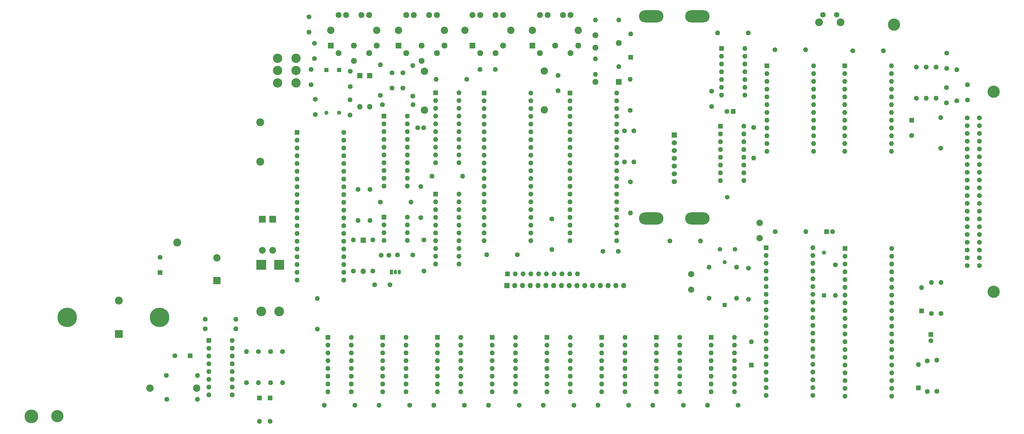
<source format=gbr>
%TF.GenerationSoftware,KiCad,Pcbnew,5.1.7-a382d34a8~88~ubuntu18.04.1*%
%TF.CreationDate,2021-04-19T21:10:48-04:00*%
%TF.ProjectId,coco2,636f636f-322e-46b6-9963-61645f706362,1.0.1*%
%TF.SameCoordinates,Original*%
%TF.FileFunction,Soldermask,Bot*%
%TF.FilePolarity,Negative*%
%FSLAX46Y46*%
G04 Gerber Fmt 4.6, Leading zero omitted, Abs format (unit mm)*
G04 Created by KiCad (PCBNEW 5.1.7-a382d34a8~88~ubuntu18.04.1) date 2021-04-19 21:10:48*
%MOMM*%
%LPD*%
G01*
G04 APERTURE LIST*
%ADD10C,2.100000*%
%ADD11C,1.700000*%
%ADD12R,1.700000X1.700000*%
%ADD13O,8.000000X4.000000*%
%ADD14C,4.000000*%
%ADD15C,1.600200*%
%ADD16C,4.500000*%
%ADD17C,1.778000*%
%ADD18C,2.540000*%
%ADD19C,1.950000*%
%ADD20C,2.400000*%
%ADD21R,1.950000X1.950000*%
%ADD22O,1.800000X1.800000*%
%ADD23R,1.800000X1.800000*%
%ADD24O,2.400000X2.400000*%
%ADD25C,1.320800*%
%ADD26R,1.320800X1.320800*%
%ADD27O,1.600000X1.600000*%
%ADD28R,1.600000X1.600000*%
%ADD29C,1.600000*%
%ADD30R,2.400000X2.400000*%
%ADD31C,2.000000*%
%ADD32R,2.200000X2.200000*%
%ADD33O,2.200000X2.200000*%
%ADD34R,3.200000X3.200000*%
%ADD35O,3.200000X3.200000*%
%ADD36C,2.600000*%
%ADD37R,2.600000X2.600000*%
%ADD38C,6.350000*%
%ADD39O,1.050000X1.500000*%
%ADD40R,1.050000X1.500000*%
%ADD41C,3.044000*%
%ADD42C,1.500000*%
%ADD43O,1.700000X1.700000*%
G04 APERTURE END LIST*
D10*
%TO.C,C43*%
X257160000Y-102310000D03*
X257160000Y-97310000D03*
%TD*%
D11*
%TO.C,U9*%
X229290000Y-83840000D03*
X229290000Y-81300000D03*
X229290000Y-78760000D03*
X229290000Y-76220000D03*
X229290000Y-73680000D03*
X229290000Y-71140000D03*
D12*
X229290000Y-68600000D03*
D13*
X221790000Y-95840000D03*
X236790000Y-95840000D03*
X236790000Y-29840000D03*
X221790000Y-29840000D03*
%TD*%
D14*
%TO.C,J6*%
X333519000Y-119832500D03*
X333519000Y-54427500D03*
D15*
X324857600Y-111260000D03*
X324857600Y-108720000D03*
X324857600Y-106180000D03*
X324857600Y-103640000D03*
X324857600Y-101100000D03*
X324857600Y-98560000D03*
X324857600Y-96020000D03*
X324857600Y-93480000D03*
X324857600Y-90940000D03*
X324857600Y-88400000D03*
X324857600Y-85860000D03*
X324857600Y-83320000D03*
X324857600Y-80780000D03*
X324857600Y-78240000D03*
X324857600Y-75700000D03*
X324857600Y-73160000D03*
X324857600Y-70620000D03*
X324857600Y-68080000D03*
X324857600Y-65540000D03*
X324857600Y-63000000D03*
X328820000Y-111260000D03*
X328820000Y-108720000D03*
X328820000Y-106180000D03*
X328820000Y-103640000D03*
X328820000Y-101100000D03*
X328820000Y-98560000D03*
X328820000Y-96020000D03*
X328820000Y-93480000D03*
X328820000Y-90940000D03*
X328820000Y-88400000D03*
X328820000Y-85860000D03*
X328820000Y-83320000D03*
X328820000Y-80780000D03*
X328820000Y-78240000D03*
X328820000Y-75700000D03*
X328820000Y-73160000D03*
X328820000Y-70620000D03*
X328820000Y-68080000D03*
X328820000Y-65540000D03*
X328820000Y-63000000D03*
%TD*%
D16*
%TO.C,H1*%
X19450000Y-160500000D03*
%TD*%
D17*
%TO.C,S2*%
X277820000Y-29300000D03*
X282320000Y-29300000D03*
D18*
X276570000Y-31800000D03*
X283570000Y-31800000D03*
%TD*%
D19*
%TO.C,J4*%
X185450000Y-29350000D03*
X195450000Y-29350000D03*
X197950000Y-39350000D03*
D20*
X197950000Y-34350000D03*
X182950000Y-34350000D03*
D19*
X185450000Y-41850000D03*
X195450000Y-41850000D03*
D21*
X182950000Y-39350000D03*
D19*
X190450000Y-39350000D03*
X187950000Y-29350000D03*
X192950000Y-29350000D03*
%TD*%
%TO.C,J3*%
X173450000Y-29350000D03*
X163450000Y-29350000D03*
D20*
X175950000Y-34350000D03*
X160950000Y-34350000D03*
D19*
X165950000Y-41850000D03*
X170950000Y-41850000D03*
D21*
X163450000Y-39350000D03*
D19*
X173450000Y-39350000D03*
X165950000Y-29350000D03*
X170950000Y-29350000D03*
%TD*%
%TO.C,J2*%
X151790000Y-29350000D03*
X141790000Y-29350000D03*
X146790000Y-44350000D03*
X154290000Y-39350000D03*
D20*
X154290000Y-34350000D03*
X139290000Y-34350000D03*
D19*
X141790000Y-41850000D03*
X151790000Y-41850000D03*
D21*
X139290000Y-39350000D03*
D19*
X146790000Y-39350000D03*
X144290000Y-29350000D03*
X149290000Y-29350000D03*
%TD*%
%TO.C,J1*%
X129710000Y-29350000D03*
X119710000Y-29350000D03*
X124710000Y-44350000D03*
X132210000Y-39350000D03*
D20*
X132210000Y-34350000D03*
X117210000Y-34350000D03*
D19*
X119710000Y-41850000D03*
X129710000Y-41850000D03*
D21*
X117210000Y-39350000D03*
D19*
X124710000Y-39350000D03*
X122210000Y-29350000D03*
X127210000Y-29350000D03*
%TD*%
D22*
%TO.C,CR7*%
X126690000Y-59370000D03*
D23*
X126690000Y-49210000D03*
%TD*%
D22*
%TO.C,CR8*%
X129930000Y-59370000D03*
D23*
X129930000Y-49210000D03*
%TD*%
D22*
%TO.C,CR13*%
X127780000Y-113160000D03*
D23*
X127780000Y-103000000D03*
%TD*%
D24*
%TO.C,R2*%
X58210000Y-151330000D03*
D20*
X73450000Y-151330000D03*
%TD*%
D25*
%TO.C,FB1*%
X115770000Y-61270000D03*
D26*
X115770000Y-47300000D03*
%TD*%
D25*
%TO.C,FB2*%
X119910000Y-61270000D03*
D26*
X119910000Y-47300000D03*
%TD*%
D25*
%TO.C,FB4*%
X245700000Y-110130000D03*
D26*
X245700000Y-124100000D03*
%TD*%
D25*
%TO.C,FB7*%
X278140000Y-107050000D03*
D26*
X278140000Y-121020000D03*
%TD*%
D27*
%TO.C,U11*%
X251990000Y-65680000D03*
X244370000Y-83460000D03*
X251990000Y-68220000D03*
X244370000Y-80920000D03*
X251990000Y-70760000D03*
X244370000Y-78380000D03*
X251990000Y-73300000D03*
X244370000Y-75840000D03*
X251990000Y-75840000D03*
X244370000Y-73300000D03*
X251990000Y-78380000D03*
X244370000Y-70760000D03*
X251990000Y-80920000D03*
X244370000Y-68220000D03*
X251990000Y-83460000D03*
D28*
X244370000Y-65680000D03*
%TD*%
D27*
%TO.C,U22*%
X274540000Y-105390000D03*
X259300000Y-153650000D03*
X274540000Y-107930000D03*
X259300000Y-151110000D03*
X274540000Y-110470000D03*
X259300000Y-148570000D03*
X274540000Y-113010000D03*
X259300000Y-146030000D03*
X274540000Y-115550000D03*
X259300000Y-143490000D03*
X274540000Y-118090000D03*
X259300000Y-140950000D03*
X274540000Y-120630000D03*
X259300000Y-138410000D03*
X274540000Y-123170000D03*
X259300000Y-135870000D03*
X274540000Y-125710000D03*
X259300000Y-133330000D03*
X274540000Y-128250000D03*
X259300000Y-130790000D03*
X274540000Y-130790000D03*
X259300000Y-128250000D03*
X274540000Y-133330000D03*
X259300000Y-125710000D03*
X274540000Y-135870000D03*
X259300000Y-123170000D03*
X274540000Y-138410000D03*
X259300000Y-120630000D03*
X274540000Y-140950000D03*
X259300000Y-118090000D03*
X274540000Y-143490000D03*
X259300000Y-115550000D03*
X274540000Y-146030000D03*
X259300000Y-113010000D03*
X274540000Y-148570000D03*
X259300000Y-110470000D03*
X274540000Y-151110000D03*
X259300000Y-107930000D03*
X274540000Y-153650000D03*
D28*
X259300000Y-105390000D03*
%TD*%
%TO.C,U12*%
X259490000Y-45950000D03*
D27*
X274730000Y-73890000D03*
X259490000Y-48490000D03*
X274730000Y-71350000D03*
X259490000Y-51030000D03*
X274730000Y-68810000D03*
X259490000Y-53570000D03*
X274730000Y-66270000D03*
X259490000Y-56110000D03*
X274730000Y-63730000D03*
X259490000Y-58650000D03*
X274730000Y-61190000D03*
X259490000Y-61190000D03*
X274730000Y-58650000D03*
X259490000Y-63730000D03*
X274730000Y-56110000D03*
X259490000Y-66270000D03*
X274730000Y-53570000D03*
X259490000Y-68810000D03*
X274730000Y-51030000D03*
X259490000Y-71350000D03*
X274730000Y-48490000D03*
X259490000Y-73890000D03*
X274730000Y-45950000D03*
%TD*%
D28*
%TO.C,U13*%
X284900000Y-45950000D03*
D27*
X300140000Y-73890000D03*
X284900000Y-48490000D03*
X300140000Y-71350000D03*
X284900000Y-51030000D03*
X300140000Y-68810000D03*
X284900000Y-53570000D03*
X300140000Y-66270000D03*
X284900000Y-56110000D03*
X300140000Y-63730000D03*
X284900000Y-58650000D03*
X300140000Y-61190000D03*
X284900000Y-61190000D03*
X300140000Y-58650000D03*
X284900000Y-63730000D03*
X300140000Y-56110000D03*
X284900000Y-66270000D03*
X300140000Y-53570000D03*
X284900000Y-68810000D03*
X300140000Y-51030000D03*
X284900000Y-71350000D03*
X300140000Y-48490000D03*
X284900000Y-73890000D03*
X300140000Y-45950000D03*
%TD*%
%TO.C,U5*%
X159020000Y-54800000D03*
X151400000Y-77660000D03*
X159020000Y-57340000D03*
X151400000Y-75120000D03*
X159020000Y-59880000D03*
X151400000Y-72580000D03*
X159020000Y-62420000D03*
X151400000Y-70040000D03*
X159020000Y-64960000D03*
X151400000Y-67500000D03*
X159020000Y-67500000D03*
X151400000Y-64960000D03*
X159020000Y-70040000D03*
X151400000Y-62420000D03*
X159020000Y-72580000D03*
X151400000Y-59880000D03*
X159020000Y-75120000D03*
X151400000Y-57340000D03*
X159020000Y-77660000D03*
D28*
X151400000Y-54800000D03*
%TD*%
D27*
%TO.C,U6*%
X159020000Y-87900000D03*
X151400000Y-110760000D03*
X159020000Y-90440000D03*
X151400000Y-108220000D03*
X159020000Y-92980000D03*
X151400000Y-105680000D03*
X159020000Y-95520000D03*
X151400000Y-103140000D03*
X159020000Y-98060000D03*
X151400000Y-100600000D03*
X159020000Y-100600000D03*
X151400000Y-98060000D03*
X159020000Y-103140000D03*
X151400000Y-95520000D03*
X159020000Y-105680000D03*
X151400000Y-92980000D03*
X159020000Y-108220000D03*
X151400000Y-90440000D03*
X159020000Y-110760000D03*
D28*
X151400000Y-87900000D03*
%TD*%
D27*
%TO.C,U10*%
X252320000Y-40300000D03*
X244700000Y-55540000D03*
X252320000Y-42840000D03*
X244700000Y-53000000D03*
X252320000Y-45380000D03*
X244700000Y-50460000D03*
X252320000Y-47920000D03*
X244700000Y-47920000D03*
X252320000Y-50460000D03*
X244700000Y-45380000D03*
X252320000Y-53000000D03*
X244700000Y-42840000D03*
X252320000Y-55540000D03*
D28*
X244700000Y-40300000D03*
%TD*%
D29*
%TO.C,C1*%
X61490000Y-108580000D03*
D28*
X61490000Y-113580000D03*
%TD*%
D30*
%TO.C,C2*%
X80050000Y-116210000D03*
D20*
X80050000Y-108710000D03*
%TD*%
D27*
%TO.C,C3*%
X86220000Y-128800000D03*
D29*
X76220000Y-128800000D03*
%TD*%
%TO.C,C4*%
X76220000Y-131960000D03*
D27*
X86220000Y-131960000D03*
%TD*%
D28*
%TO.C,C5*%
X71320000Y-140720000D03*
D29*
X66320000Y-140720000D03*
%TD*%
%TO.C,C6*%
X63710000Y-154990000D03*
D27*
X73710000Y-154990000D03*
%TD*%
D28*
%TO.C,C11*%
X306750000Y-63730000D03*
D29*
X306750000Y-68730000D03*
%TD*%
D27*
%TO.C,C15*%
X133380000Y-45680000D03*
D29*
X133380000Y-55680000D03*
%TD*%
%TO.C,C18*%
X143930000Y-55900000D03*
D27*
X143930000Y-45900000D03*
%TD*%
D29*
%TO.C,C19*%
X134010000Y-58650000D03*
D27*
X144010000Y-58650000D03*
%TD*%
%TO.C,C21*%
X151570000Y-50400000D03*
D29*
X161570000Y-50400000D03*
%TD*%
D27*
%TO.C,C24*%
X143340000Y-90530000D03*
D29*
X133340000Y-90530000D03*
%TD*%
%TO.C,C25*%
X150200000Y-82070000D03*
D27*
X160200000Y-82070000D03*
%TD*%
D29*
%TO.C,C26*%
X136150000Y-107840000D03*
X133650000Y-107840000D03*
%TD*%
%TO.C,C28*%
X112790000Y-132000000D03*
D27*
X112790000Y-122000000D03*
%TD*%
%TO.C,C29*%
X168070000Y-107700000D03*
D29*
X178070000Y-107700000D03*
%TD*%
D27*
%TO.C,C30*%
X189330000Y-106000000D03*
D29*
X189330000Y-96000000D03*
%TD*%
D27*
%TO.C,C32*%
X237870000Y-103200000D03*
D29*
X227870000Y-103200000D03*
%TD*%
%TO.C,C33*%
X253450000Y-35250000D03*
D27*
X243450000Y-35250000D03*
%TD*%
%TO.C,C34*%
X255170000Y-76100000D03*
D29*
X255170000Y-66100000D03*
%TD*%
%TO.C,C35*%
X262115000Y-40770000D03*
D27*
X272115000Y-40770000D03*
%TD*%
D29*
%TO.C,C36*%
X287525000Y-41060000D03*
D27*
X297525000Y-41060000D03*
%TD*%
D29*
%TO.C,C37*%
X318170000Y-46800000D03*
X318170000Y-41800000D03*
%TD*%
%TO.C,C38*%
X318070000Y-58100000D03*
X318070000Y-53100000D03*
%TD*%
%TO.C,C39*%
X325000000Y-52200000D03*
X325000000Y-57200000D03*
%TD*%
D27*
%TO.C,C40*%
X316250000Y-62930000D03*
D29*
X316250000Y-72930000D03*
%TD*%
D31*
%TO.C,C44*%
X234770000Y-114100000D03*
X234770000Y-119100000D03*
%TD*%
D29*
%TO.C,C45*%
X262200000Y-100210000D03*
D27*
X272200000Y-100210000D03*
%TD*%
%TO.C,C47*%
X281840000Y-121000000D03*
D29*
X281840000Y-111000000D03*
%TD*%
D28*
%TO.C,C48*%
X313000000Y-133790000D03*
D29*
X313000000Y-135790000D03*
%TD*%
D27*
%TO.C,C50*%
X115060000Y-156900000D03*
D29*
X125060000Y-156900000D03*
%TD*%
%TO.C,C51*%
X142929000Y-156900000D03*
D27*
X132929000Y-156900000D03*
%TD*%
%TO.C,C52*%
X150797000Y-156900000D03*
D29*
X160797000Y-156900000D03*
%TD*%
%TO.C,C53*%
X178666000Y-156900000D03*
D27*
X168666000Y-156900000D03*
%TD*%
%TO.C,C54*%
X186534000Y-156900000D03*
D29*
X196534000Y-156900000D03*
%TD*%
%TO.C,C55*%
X214403000Y-156900000D03*
D27*
X204403000Y-156900000D03*
%TD*%
%TO.C,C56*%
X222271000Y-156900000D03*
D29*
X232271000Y-156900000D03*
%TD*%
%TO.C,C57*%
X250140000Y-156900000D03*
D27*
X240140000Y-156900000D03*
%TD*%
D29*
%TO.C,C58*%
X311825000Y-142380000D03*
D27*
X311825000Y-152380000D03*
%TD*%
D29*
%TO.C,C59*%
X210970000Y-106600000D03*
X205970000Y-106600000D03*
%TD*%
%TO.C,C60*%
X136470000Y-117500000D03*
X131470000Y-117500000D03*
%TD*%
%TO.C,C61*%
X241470000Y-59300000D03*
X241470000Y-54300000D03*
%TD*%
D32*
%TO.C,CR1*%
X94870000Y-96130000D03*
D33*
X94870000Y-106290000D03*
%TD*%
%TO.C,CR2*%
X98250000Y-106290000D03*
D32*
X98250000Y-96130000D03*
%TD*%
D34*
%TO.C,CR3*%
X94520000Y-111030000D03*
D35*
X94520000Y-126270000D03*
%TD*%
%TO.C,CR4*%
X100340000Y-126270000D03*
D34*
X100340000Y-111030000D03*
%TD*%
D27*
%TO.C,CR5*%
X93870000Y-162120000D03*
D28*
X93870000Y-154500000D03*
%TD*%
D27*
%TO.C,CR6*%
X97370000Y-162120000D03*
D28*
X97370000Y-154500000D03*
%TD*%
%TO.C,CR9*%
X215040000Y-43180000D03*
D27*
X215040000Y-35560000D03*
%TD*%
%TO.C,CR10*%
X254470000Y-136180000D03*
D28*
X254470000Y-143800000D03*
%TD*%
%TO.C,CR11*%
X309960000Y-126080000D03*
D27*
X309960000Y-118460000D03*
%TD*%
D28*
%TO.C,CR12*%
X308960000Y-151200000D03*
D27*
X308960000Y-143580000D03*
%TD*%
D36*
%TO.C,E1*%
X67060000Y-103700000D03*
%TD*%
%TO.C,E2*%
X94180000Y-64420000D03*
%TD*%
%TO.C,E3*%
X94170000Y-77330000D03*
%TD*%
D27*
%TO.C,K1*%
X203510000Y-30970000D03*
X211130000Y-46210000D03*
X203510000Y-43670000D03*
X211130000Y-30970000D03*
X203510000Y-48750000D03*
%TD*%
D37*
%TO.C,Q1*%
X48040000Y-133610000D03*
D36*
X48040000Y-122690000D03*
D38*
X61340000Y-128160000D03*
X31140000Y-128160000D03*
%TD*%
D39*
%TO.C,Q2*%
X138310000Y-113370000D03*
X139580000Y-113370000D03*
D40*
X137040000Y-113370000D03*
%TD*%
D29*
%TO.C,R1*%
X63550000Y-147150000D03*
D27*
X73710000Y-147150000D03*
%TD*%
D29*
%TO.C,R3*%
X89660000Y-149560000D03*
D27*
X89660000Y-139400000D03*
%TD*%
%TO.C,R4*%
X101470000Y-149560000D03*
D29*
X101470000Y-139400000D03*
%TD*%
D27*
%TO.C,R5*%
X124580000Y-102890000D03*
D29*
X124580000Y-113050000D03*
%TD*%
%TO.C,R6*%
X130910000Y-113050000D03*
D27*
X130910000Y-102890000D03*
%TD*%
D29*
%TO.C,R7*%
X126070000Y-86400000D03*
D27*
X126070000Y-96560000D03*
%TD*%
D29*
%TO.C,R8*%
X129970000Y-86400000D03*
D27*
X129970000Y-96560000D03*
%TD*%
%TO.C,R9*%
X147570000Y-113060000D03*
D29*
X147570000Y-102900000D03*
%TD*%
D27*
%TO.C,R10*%
X146580000Y-85440000D03*
D29*
X146580000Y-95600000D03*
%TD*%
%TO.C,R12*%
X214910000Y-60550000D03*
D27*
X214910000Y-50390000D03*
%TD*%
%TO.C,R13*%
X216070000Y-77360000D03*
D29*
X216070000Y-67200000D03*
%TD*%
%TO.C,R14*%
X214970000Y-83900000D03*
D27*
X214970000Y-94060000D03*
%TD*%
%TO.C,R15*%
X240630000Y-111810000D03*
D29*
X240630000Y-121970000D03*
%TD*%
D27*
%TO.C,R16*%
X308290000Y-46400000D03*
D29*
X308290000Y-56560000D03*
%TD*%
%TO.C,R17*%
X311495000Y-46400000D03*
D27*
X311495000Y-56560000D03*
%TD*%
%TO.C,R18*%
X314700000Y-56560000D03*
D29*
X314700000Y-46400000D03*
%TD*%
D27*
%TO.C,R19*%
X321480000Y-47240000D03*
D29*
X321480000Y-57400000D03*
%TD*%
D27*
%TO.C,R20*%
X313220000Y-116760000D03*
D29*
X313220000Y-126920000D03*
%TD*%
%TO.C,R21*%
X316360000Y-126920000D03*
D27*
X316360000Y-116760000D03*
%TD*%
D29*
%TO.C,R22*%
X314950000Y-152360000D03*
D27*
X314950000Y-142200000D03*
%TD*%
%TO.C,R26*%
X253470000Y-122260000D03*
D29*
X253470000Y-112100000D03*
%TD*%
%TO.C,R25*%
X213070000Y-67200000D03*
D27*
X213070000Y-77360000D03*
%TD*%
D29*
%TO.C,R24*%
X249570000Y-111800000D03*
D27*
X249570000Y-121960000D03*
%TD*%
D28*
%TO.C,RP1*%
X174820000Y-113990000D03*
D27*
X177360000Y-113990000D03*
X179900000Y-113990000D03*
X182440000Y-113990000D03*
X184980000Y-113990000D03*
X187520000Y-113990000D03*
X190060000Y-113990000D03*
X192600000Y-113990000D03*
X195140000Y-113990000D03*
X197680000Y-113990000D03*
%TD*%
D41*
%TO.C,S1*%
X99870000Y-43540000D03*
X99870000Y-47540000D03*
X99870000Y-51540000D03*
X105870000Y-43540000D03*
X105870000Y-47540000D03*
X105870000Y-51540000D03*
%TD*%
D28*
%TO.C,U14*%
X116260000Y-134730000D03*
D27*
X123880000Y-152510000D03*
X116260000Y-137270000D03*
X123880000Y-149970000D03*
X116260000Y-139810000D03*
X123880000Y-147430000D03*
X116260000Y-142350000D03*
X123880000Y-144890000D03*
X116260000Y-144890000D03*
X123880000Y-142350000D03*
X116260000Y-147430000D03*
X123880000Y-139810000D03*
X116260000Y-149970000D03*
X123880000Y-137270000D03*
X116260000Y-152510000D03*
X123880000Y-134730000D03*
%TD*%
%TO.C,U15*%
X141749000Y-134730000D03*
X134129000Y-152510000D03*
X141749000Y-137270000D03*
X134129000Y-149970000D03*
X141749000Y-139810000D03*
X134129000Y-147430000D03*
X141749000Y-142350000D03*
X134129000Y-144890000D03*
X141749000Y-144890000D03*
X134129000Y-142350000D03*
X141749000Y-147430000D03*
X134129000Y-139810000D03*
X141749000Y-149970000D03*
X134129000Y-137270000D03*
X141749000Y-152510000D03*
D28*
X134129000Y-134730000D03*
%TD*%
%TO.C,U16*%
X151997000Y-134730000D03*
D27*
X159617000Y-152510000D03*
X151997000Y-137270000D03*
X159617000Y-149970000D03*
X151997000Y-139810000D03*
X159617000Y-147430000D03*
X151997000Y-142350000D03*
X159617000Y-144890000D03*
X151997000Y-144890000D03*
X159617000Y-142350000D03*
X151997000Y-147430000D03*
X159617000Y-139810000D03*
X151997000Y-149970000D03*
X159617000Y-137270000D03*
X151997000Y-152510000D03*
X159617000Y-134730000D03*
%TD*%
D28*
%TO.C,U17*%
X169866000Y-134730000D03*
D27*
X177486000Y-152510000D03*
X169866000Y-137270000D03*
X177486000Y-149970000D03*
X169866000Y-139810000D03*
X177486000Y-147430000D03*
X169866000Y-142350000D03*
X177486000Y-144890000D03*
X169866000Y-144890000D03*
X177486000Y-142350000D03*
X169866000Y-147430000D03*
X177486000Y-139810000D03*
X169866000Y-149970000D03*
X177486000Y-137270000D03*
X169866000Y-152510000D03*
X177486000Y-134730000D03*
%TD*%
%TO.C,U18*%
X195354000Y-134730000D03*
X187734000Y-152510000D03*
X195354000Y-137270000D03*
X187734000Y-149970000D03*
X195354000Y-139810000D03*
X187734000Y-147430000D03*
X195354000Y-142350000D03*
X187734000Y-144890000D03*
X195354000Y-144890000D03*
X187734000Y-142350000D03*
X195354000Y-147430000D03*
X187734000Y-139810000D03*
X195354000Y-149970000D03*
X187734000Y-137270000D03*
X195354000Y-152510000D03*
D28*
X187734000Y-134730000D03*
%TD*%
D27*
%TO.C,U19*%
X213223000Y-134730000D03*
X205603000Y-152510000D03*
X213223000Y-137270000D03*
X205603000Y-149970000D03*
X213223000Y-139810000D03*
X205603000Y-147430000D03*
X213223000Y-142350000D03*
X205603000Y-144890000D03*
X213223000Y-144890000D03*
X205603000Y-142350000D03*
X213223000Y-147430000D03*
X205603000Y-139810000D03*
X213223000Y-149970000D03*
X205603000Y-137270000D03*
X213223000Y-152510000D03*
D28*
X205603000Y-134730000D03*
%TD*%
D27*
%TO.C,U20*%
X231091000Y-134730000D03*
X223471000Y-152510000D03*
X231091000Y-137270000D03*
X223471000Y-149970000D03*
X231091000Y-139810000D03*
X223471000Y-147430000D03*
X231091000Y-142350000D03*
X223471000Y-144890000D03*
X231091000Y-144890000D03*
X223471000Y-142350000D03*
X231091000Y-147430000D03*
X223471000Y-139810000D03*
X231091000Y-149970000D03*
X223471000Y-137270000D03*
X231091000Y-152510000D03*
D28*
X223471000Y-134730000D03*
%TD*%
%TO.C,U21*%
X241340000Y-134730000D03*
D27*
X248960000Y-152510000D03*
X241340000Y-137270000D03*
X248960000Y-149970000D03*
X241340000Y-139810000D03*
X248960000Y-147430000D03*
X241340000Y-142350000D03*
X248960000Y-144890000D03*
X241340000Y-144890000D03*
X248960000Y-142350000D03*
X241340000Y-147430000D03*
X248960000Y-139810000D03*
X241340000Y-149970000D03*
X248960000Y-137270000D03*
X241340000Y-152510000D03*
X248960000Y-134730000D03*
%TD*%
D42*
%TO.C,X1*%
X249070000Y-105900000D03*
X244170000Y-105900000D03*
X246570000Y-88900000D03*
%TD*%
D12*
%TO.C,J5*%
X174670000Y-117770000D03*
D43*
X177210000Y-117770000D03*
X179750000Y-117770000D03*
X182290000Y-117770000D03*
X184830000Y-117770000D03*
X187370000Y-117770000D03*
X189910000Y-117770000D03*
X192450000Y-117770000D03*
X194990000Y-117770000D03*
X197530000Y-117770000D03*
X200070000Y-117770000D03*
X202610000Y-117770000D03*
X205150000Y-117770000D03*
X207690000Y-117770000D03*
X210230000Y-117770000D03*
X212770000Y-117770000D03*
%TD*%
D29*
%TO.C,C7*%
X110050000Y-30005000D03*
X110050000Y-35005000D03*
%TD*%
%TO.C,C8*%
X111875000Y-43580000D03*
X111875000Y-38580000D03*
%TD*%
%TO.C,C9*%
X110770000Y-47180000D03*
X110770000Y-52180000D03*
%TD*%
%TO.C,C10*%
X112150000Y-56930000D03*
X112150000Y-61930000D03*
%TD*%
%TO.C,C13*%
X123520000Y-52800000D03*
X123520000Y-47800000D03*
%TD*%
%TO.C,C16*%
X137170000Y-53300000D03*
X137170000Y-48300000D03*
%TD*%
%TO.C,C17*%
X140700000Y-53270000D03*
X140700000Y-48270000D03*
%TD*%
%TO.C,C22*%
X165880000Y-47130000D03*
X170880000Y-47130000D03*
%TD*%
%TO.C,C23*%
X191380000Y-49090000D03*
X191380000Y-54090000D03*
%TD*%
%TO.C,C27*%
X143970000Y-107800000D03*
X138970000Y-107800000D03*
%TD*%
%TO.C,C14*%
X123470000Y-62070000D03*
X123470000Y-57070000D03*
%TD*%
D20*
%TO.C,R11*%
X147720000Y-60430000D03*
D24*
X147720000Y-47730000D03*
%TD*%
D29*
%TO.C,C20*%
X145530000Y-66200000D03*
X147530000Y-66200000D03*
%TD*%
D20*
%TO.C,R23*%
X186840000Y-60390000D03*
D24*
X186840000Y-47690000D03*
%TD*%
D28*
%TO.C,C62*%
X248490000Y-60920000D03*
D29*
X246490000Y-60920000D03*
%TD*%
D28*
%TO.C,C46*%
X278970000Y-100160000D03*
D29*
X280970000Y-100160000D03*
%TD*%
D27*
%TO.C,R27*%
X93597000Y-149560000D03*
D29*
X93597000Y-139400000D03*
%TD*%
%TO.C,R28*%
X97533000Y-139400000D03*
D27*
X97533000Y-149560000D03*
%TD*%
D14*
%TO.C,H2*%
X27950000Y-160470000D03*
%TD*%
%TO.C,H3*%
X301000000Y-32500000D03*
%TD*%
D19*
%TO.C,K2*%
X203540000Y-51240000D03*
D21*
X211160000Y-51240000D03*
D19*
X211160000Y-38540000D03*
X203540000Y-40064000D03*
X203540000Y-36000000D03*
%TD*%
D28*
%TO.C,U23*%
X284970000Y-105680000D03*
D27*
X300210000Y-153940000D03*
X284970000Y-108220000D03*
X300210000Y-151400000D03*
X284970000Y-110760000D03*
X300210000Y-148860000D03*
X284970000Y-113300000D03*
X300210000Y-146320000D03*
X284970000Y-115840000D03*
X300210000Y-143780000D03*
X284970000Y-118380000D03*
X300210000Y-141240000D03*
X284970000Y-120920000D03*
X300210000Y-138700000D03*
X284970000Y-123460000D03*
X300210000Y-136160000D03*
X284970000Y-126000000D03*
X300210000Y-133620000D03*
X284970000Y-128540000D03*
X300210000Y-131080000D03*
X284970000Y-131080000D03*
X300210000Y-128540000D03*
X284970000Y-133620000D03*
X300210000Y-126000000D03*
X284970000Y-136160000D03*
X300210000Y-123460000D03*
X284970000Y-138700000D03*
X300210000Y-120920000D03*
X284970000Y-141240000D03*
X300210000Y-118380000D03*
X284970000Y-143780000D03*
X300210000Y-115840000D03*
X284970000Y-146320000D03*
X300210000Y-113300000D03*
X284970000Y-148860000D03*
X300210000Y-110760000D03*
X284970000Y-151400000D03*
X300210000Y-108220000D03*
X284970000Y-153940000D03*
X300210000Y-105680000D03*
%TD*%
D28*
%TO.C,U8*%
X195250000Y-54910000D03*
D27*
X210490000Y-103170000D03*
X195250000Y-57450000D03*
X210490000Y-100630000D03*
X195250000Y-59990000D03*
X210490000Y-98090000D03*
X195250000Y-62530000D03*
X210490000Y-95550000D03*
X195250000Y-65070000D03*
X210490000Y-93010000D03*
X195250000Y-67610000D03*
X210490000Y-90470000D03*
X195250000Y-70150000D03*
X210490000Y-87930000D03*
X195250000Y-72690000D03*
X210490000Y-85390000D03*
X195250000Y-75230000D03*
X210490000Y-82850000D03*
X195250000Y-77770000D03*
X210490000Y-80310000D03*
X195250000Y-80310000D03*
X210490000Y-77770000D03*
X195250000Y-82850000D03*
X210490000Y-75230000D03*
X195250000Y-85390000D03*
X210490000Y-72690000D03*
X195250000Y-87930000D03*
X210490000Y-70150000D03*
X195250000Y-90470000D03*
X210490000Y-67610000D03*
X195250000Y-93010000D03*
X210490000Y-65070000D03*
X195250000Y-95550000D03*
X210490000Y-62530000D03*
X195250000Y-98090000D03*
X210490000Y-59990000D03*
X195250000Y-100630000D03*
X210490000Y-57450000D03*
X195250000Y-103170000D03*
X210490000Y-54910000D03*
%TD*%
D28*
%TO.C,U4*%
X134540000Y-95400000D03*
D27*
X142160000Y-103020000D03*
X134540000Y-97940000D03*
X142160000Y-100480000D03*
X134540000Y-100480000D03*
X142160000Y-97940000D03*
X134540000Y-103020000D03*
X142160000Y-95400000D03*
%TD*%
D28*
%TO.C,U1*%
X77420000Y-135700000D03*
D27*
X85040000Y-153480000D03*
X77420000Y-138240000D03*
X85040000Y-150940000D03*
X77420000Y-140780000D03*
X85040000Y-148400000D03*
X77420000Y-143320000D03*
X85040000Y-145860000D03*
X77420000Y-145860000D03*
X85040000Y-143320000D03*
X77420000Y-148400000D03*
X85040000Y-140780000D03*
X77420000Y-150940000D03*
X85040000Y-138240000D03*
X77420000Y-153480000D03*
X85040000Y-135700000D03*
%TD*%
D28*
%TO.C,U2*%
X106210000Y-67710000D03*
D27*
X121450000Y-115970000D03*
X106210000Y-70250000D03*
X121450000Y-113430000D03*
X106210000Y-72790000D03*
X121450000Y-110890000D03*
X106210000Y-75330000D03*
X121450000Y-108350000D03*
X106210000Y-77870000D03*
X121450000Y-105810000D03*
X106210000Y-80410000D03*
X121450000Y-103270000D03*
X106210000Y-82950000D03*
X121450000Y-100730000D03*
X106210000Y-85490000D03*
X121450000Y-98190000D03*
X106210000Y-88030000D03*
X121450000Y-95650000D03*
X106210000Y-90570000D03*
X121450000Y-93110000D03*
X106210000Y-93110000D03*
X121450000Y-90570000D03*
X106210000Y-95650000D03*
X121450000Y-88030000D03*
X106210000Y-98190000D03*
X121450000Y-85490000D03*
X106210000Y-100730000D03*
X121450000Y-82950000D03*
X106210000Y-103270000D03*
X121450000Y-80410000D03*
X106210000Y-105810000D03*
X121450000Y-77870000D03*
X106210000Y-108350000D03*
X121450000Y-75330000D03*
X106210000Y-110890000D03*
X121450000Y-72790000D03*
X106210000Y-113430000D03*
X121450000Y-70250000D03*
X106210000Y-115970000D03*
X121450000Y-67710000D03*
%TD*%
D28*
%TO.C,U3*%
X134540000Y-62370000D03*
D27*
X142160000Y-85230000D03*
X134540000Y-64910000D03*
X142160000Y-82690000D03*
X134540000Y-67450000D03*
X142160000Y-80150000D03*
X134540000Y-69990000D03*
X142160000Y-77610000D03*
X134540000Y-72530000D03*
X142160000Y-75070000D03*
X134540000Y-75070000D03*
X142160000Y-72530000D03*
X134540000Y-77610000D03*
X142160000Y-69990000D03*
X134540000Y-80150000D03*
X142160000Y-67450000D03*
X134540000Y-82690000D03*
X142160000Y-64910000D03*
X134540000Y-85230000D03*
X142160000Y-62370000D03*
%TD*%
%TO.C,U7*%
X182450000Y-54910000D03*
X167210000Y-103170000D03*
X182450000Y-57450000D03*
X167210000Y-100630000D03*
X182450000Y-59990000D03*
X167210000Y-98090000D03*
X182450000Y-62530000D03*
X167210000Y-95550000D03*
X182450000Y-65070000D03*
X167210000Y-93010000D03*
X182450000Y-67610000D03*
X167210000Y-90470000D03*
X182450000Y-70150000D03*
X167210000Y-87930000D03*
X182450000Y-72690000D03*
X167210000Y-85390000D03*
X182450000Y-75230000D03*
X167210000Y-82850000D03*
X182450000Y-77770000D03*
X167210000Y-80310000D03*
X182450000Y-80310000D03*
X167210000Y-77770000D03*
X182450000Y-82850000D03*
X167210000Y-75230000D03*
X182450000Y-85390000D03*
X167210000Y-72690000D03*
X182450000Y-87930000D03*
X167210000Y-70150000D03*
X182450000Y-90470000D03*
X167210000Y-67610000D03*
X182450000Y-93010000D03*
X167210000Y-65070000D03*
X182450000Y-95550000D03*
X167210000Y-62530000D03*
X182450000Y-98090000D03*
X167210000Y-59990000D03*
X182450000Y-100630000D03*
X167210000Y-57450000D03*
X182450000Y-103170000D03*
D28*
X167210000Y-54910000D03*
%TD*%
M02*

</source>
